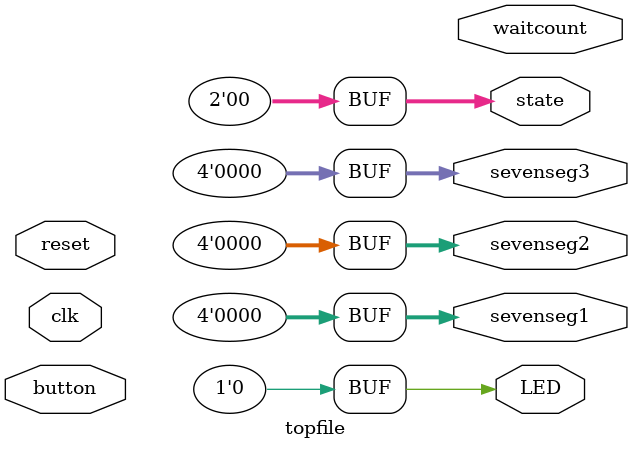
<source format=v>
module topfile(clk, button, reset, LED, sevenseg1, sevenseg2, sevenseg3, state, waitcount);
	input clk;
	input button;
	input reset;
	
	output reg LED;
	output reg [3:0]sevenseg1;
	output reg [3:0]sevenseg2;
	output reg [3:0]sevenseg3;
	
	output reg [1:0]state;
	
	output reg [9:0]waitcount;
	
	always  @ (negedge reset, posedge clk)
		if (reset == 0)
			state = 0;
		//else
			//state;
	
	always @ (state)
		case (state)
			0: //zero state
				begin
					sevenseg1 = 0;
					sevenseg2 = 0;
					sevenseg3 = 0;
					LED = 0;
				end
				
			1: //wait for random time
				begin
					LED = 0;
					//LSRF();
				end
				
			2: //turn on LED and time
				begin
					LED = 1;
				end
				
			3: //display output
				begin
					LED = 0;
				end
			default:	
				begin
					state = 0;
					sevenseg1 = 0;
					sevenseg2 = 0;
					sevenseg3 = 0;
					LED = 0;
				end
			endcase
	endmodule 

</source>
